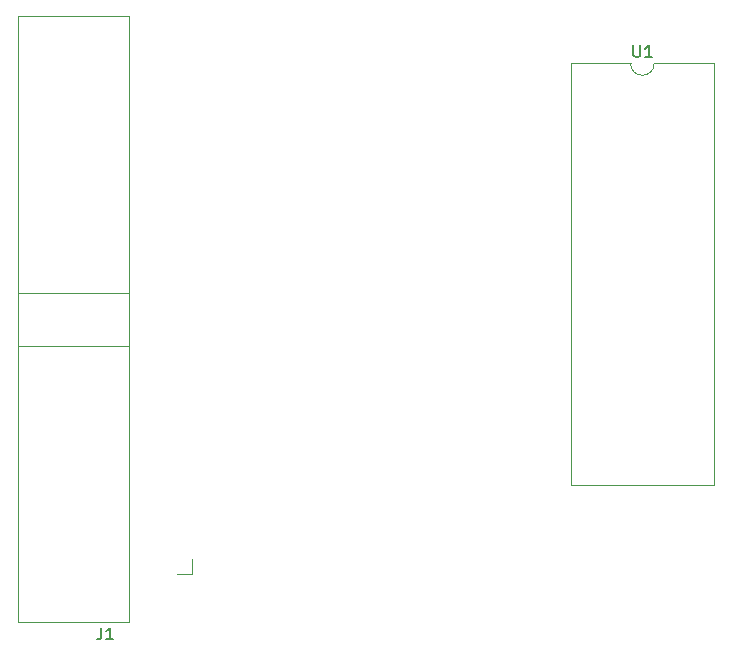
<source format=gbr>
G04 #@! TF.GenerationSoftware,KiCad,Pcbnew,(5.1.2)-1*
G04 #@! TF.CreationDate,2019-06-28T17:07:01+09:30*
G04 #@! TF.ProjectId,27(C)256 programmer,32372843-2932-4353-9620-70726f677261,rev?*
G04 #@! TF.SameCoordinates,Original*
G04 #@! TF.FileFunction,Legend,Top*
G04 #@! TF.FilePolarity,Positive*
%FSLAX46Y46*%
G04 Gerber Fmt 4.6, Leading zero omitted, Abs format (unit mm)*
G04 Created by KiCad (PCBNEW (5.1.2)-1) date 2019-06-28 17:07:01*
%MOMM*%
%LPD*%
G04 APERTURE LIST*
%ADD10C,0.120000*%
%ADD11C,0.150000*%
G04 APERTURE END LIST*
D10*
X158460000Y-64710000D02*
X153400000Y-64710000D01*
X158460000Y-100390000D02*
X158460000Y-64710000D01*
X146340000Y-100390000D02*
X158460000Y-100390000D01*
X146340000Y-64710000D02*
X146340000Y-100390000D01*
X151400000Y-64710000D02*
X146340000Y-64710000D01*
X153400000Y-64710000D02*
G75*
G02X151400000Y-64710000I-1000000J0D01*
G01*
X108900000Y-60690000D02*
X108900000Y-112030000D01*
X108900000Y-60690000D02*
X99550000Y-60690000D01*
X108900000Y-84110000D02*
X99550000Y-84110000D01*
X108900000Y-88610000D02*
X99550000Y-88610000D01*
X108900000Y-112030000D02*
X99550000Y-112030000D01*
X99550000Y-112030000D02*
X99550000Y-60690000D01*
X113030000Y-107950000D02*
X114300000Y-107950000D01*
X114300000Y-107950000D02*
X114300000Y-106680000D01*
D11*
X151638095Y-63162380D02*
X151638095Y-63971904D01*
X151685714Y-64067142D01*
X151733333Y-64114761D01*
X151828571Y-64162380D01*
X152019047Y-64162380D01*
X152114285Y-64114761D01*
X152161904Y-64067142D01*
X152209523Y-63971904D01*
X152209523Y-63162380D01*
X153209523Y-64162380D02*
X152638095Y-64162380D01*
X152923809Y-64162380D02*
X152923809Y-63162380D01*
X152828571Y-63305238D01*
X152733333Y-63400476D01*
X152638095Y-63448095D01*
X106591666Y-112482380D02*
X106591666Y-113196666D01*
X106544047Y-113339523D01*
X106448809Y-113434761D01*
X106305952Y-113482380D01*
X106210714Y-113482380D01*
X107591666Y-113482380D02*
X107020238Y-113482380D01*
X107305952Y-113482380D02*
X107305952Y-112482380D01*
X107210714Y-112625238D01*
X107115476Y-112720476D01*
X107020238Y-112768095D01*
M02*

</source>
